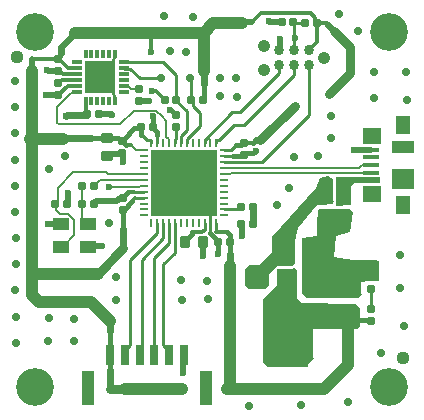
<source format=gtl>
G04*
G04 #@! TF.GenerationSoftware,Altium Limited,Altium Designer,23.8.1 (32)*
G04*
G04 Layer_Physical_Order=1*
G04 Layer_Color=255*
%FSLAX44Y44*%
%MOMM*%
G71*
G04*
G04 #@! TF.SameCoordinates,14F6A229-880D-4016-A75C-DA76C30DB968*
G04*
G04*
G04 #@! TF.FilePolarity,Positive*
G04*
G01*
G75*
%ADD10C,0.2500*%
%ADD11C,0.2540*%
%ADD13C,0.2000*%
%ADD14C,0.3000*%
G04:AMPARAMS|DCode=15|XSize=0.6mm|YSize=0.7mm|CornerRadius=0.075mm|HoleSize=0mm|Usage=FLASHONLY|Rotation=0.000|XOffset=0mm|YOffset=0mm|HoleType=Round|Shape=RoundedRectangle|*
%AMROUNDEDRECTD15*
21,1,0.6000,0.5500,0,0,0.0*
21,1,0.4500,0.7000,0,0,0.0*
1,1,0.1500,0.2250,-0.2750*
1,1,0.1500,-0.2250,-0.2750*
1,1,0.1500,-0.2250,0.2750*
1,1,0.1500,0.2250,0.2750*
%
%ADD15ROUNDEDRECTD15*%
%ADD16O,0.8000X0.2500*%
%ADD17O,0.2500X0.8000*%
%ADD18R,5.6000X5.6000*%
G04:AMPARAMS|DCode=19|XSize=0.8mm|YSize=1mm|CornerRadius=0.1mm|HoleSize=0mm|Usage=FLASHONLY|Rotation=90.000|XOffset=0mm|YOffset=0mm|HoleType=Round|Shape=RoundedRectangle|*
%AMROUNDEDRECTD19*
21,1,0.8000,0.8000,0,0,90.0*
21,1,0.6000,1.0000,0,0,90.0*
1,1,0.2000,0.4000,0.3000*
1,1,0.2000,0.4000,-0.3000*
1,1,0.2000,-0.4000,-0.3000*
1,1,0.2000,-0.4000,0.3000*
%
%ADD19ROUNDEDRECTD19*%
G04:AMPARAMS|DCode=20|XSize=0.6mm|YSize=0.7mm|CornerRadius=0.075mm|HoleSize=0mm|Usage=FLASHONLY|Rotation=90.000|XOffset=0mm|YOffset=0mm|HoleType=Round|Shape=RoundedRectangle|*
%AMROUNDEDRECTD20*
21,1,0.6000,0.5500,0,0,90.0*
21,1,0.4500,0.7000,0,0,90.0*
1,1,0.1500,0.2750,0.2250*
1,1,0.1500,0.2750,-0.2250*
1,1,0.1500,-0.2750,-0.2250*
1,1,0.1500,-0.2750,0.2250*
%
%ADD20ROUNDEDRECTD20*%
%ADD21R,1.3000X1.6500*%
%ADD22R,1.9000X1.8000*%
%ADD23R,1.9000X1.0000*%
%ADD24R,1.5500X1.4250*%
%ADD25R,1.3800X0.4500*%
%ADD26R,1.2500X1.2500*%
%ADD27R,3.5000X1.2500*%
G04:AMPARAMS|DCode=28|XSize=1.4mm|YSize=1.7mm|CornerRadius=0.175mm|HoleSize=0mm|Usage=FLASHONLY|Rotation=270.000|XOffset=0mm|YOffset=0mm|HoleType=Round|Shape=RoundedRectangle|*
%AMROUNDEDRECTD28*
21,1,1.4000,1.3500,0,0,270.0*
21,1,1.0500,1.7000,0,0,270.0*
1,1,0.3500,-0.6750,-0.5250*
1,1,0.3500,-0.6750,0.5250*
1,1,0.3500,0.6750,0.5250*
1,1,0.3500,0.6750,-0.5250*
%
%ADD28ROUNDEDRECTD28*%
G04:AMPARAMS|DCode=29|XSize=1.4mm|YSize=1.7mm|CornerRadius=0.175mm|HoleSize=0mm|Usage=FLASHONLY|Rotation=180.000|XOffset=0mm|YOffset=0mm|HoleType=Round|Shape=RoundedRectangle|*
%AMROUNDEDRECTD29*
21,1,1.4000,1.3500,0,0,180.0*
21,1,1.0500,1.7000,0,0,180.0*
1,1,0.3500,-0.5250,0.6750*
1,1,0.3500,0.5250,0.6750*
1,1,0.3500,0.5250,-0.6750*
1,1,0.3500,-0.5250,-0.6750*
%
%ADD29ROUNDEDRECTD29*%
%ADD30R,0.3500X0.8000*%
%ADD31R,0.8500X0.3500*%
%ADD32R,2.6000X2.7000*%
G04:AMPARAMS|DCode=33|XSize=1.3mm|YSize=1.1mm|CornerRadius=0.055mm|HoleSize=0mm|Usage=FLASHONLY|Rotation=0.000|XOffset=0mm|YOffset=0mm|HoleType=Round|Shape=RoundedRectangle|*
%AMROUNDEDRECTD33*
21,1,1.3000,0.9900,0,0,0.0*
21,1,1.1900,1.1000,0,0,0.0*
1,1,0.1100,0.5950,-0.4950*
1,1,0.1100,-0.5950,-0.4950*
1,1,0.1100,-0.5950,0.4950*
1,1,0.1100,0.5950,0.4950*
%
%ADD33ROUNDEDRECTD33*%
G04:AMPARAMS|DCode=34|XSize=0.8mm|YSize=1mm|CornerRadius=0.1mm|HoleSize=0mm|Usage=FLASHONLY|Rotation=180.000|XOffset=0mm|YOffset=0mm|HoleType=Round|Shape=RoundedRectangle|*
%AMROUNDEDRECTD34*
21,1,0.8000,0.8000,0,0,180.0*
21,1,0.6000,1.0000,0,0,180.0*
1,1,0.2000,-0.3000,0.4000*
1,1,0.2000,0.3000,0.4000*
1,1,0.2000,0.3000,-0.4000*
1,1,0.2000,-0.3000,-0.4000*
%
%ADD34ROUNDEDRECTD34*%
%ADD35R,0.6500X1.7000*%
%ADD36R,1.0000X2.9000*%
%ADD59C,0.5000*%
%ADD60C,0.8630*%
%ADD61C,1.0000*%
%ADD62C,0.8000*%
%ADD63C,0.4000*%
%ADD64C,0.6000*%
%ADD65C,0.3300*%
%ADD66C,0.1554*%
%ADD67C,1.1250*%
%ADD68C,1.0670*%
%ADD69C,3.2000*%
%ADD70C,0.7000*%
%ADD71C,0.6000*%
%ADD72C,0.5000*%
G36*
X1107500Y710250D02*
X1107750Y710000D01*
X1085250D01*
X1082500Y707250D01*
Y692250D01*
X1082125Y691125D01*
X1081750Y691500D01*
X1070250Y690810D01*
Y715250D01*
X1107500D01*
Y710250D01*
D02*
G37*
G36*
X1036750Y636000D02*
Y622750D01*
X1037000Y622500D01*
Y612500D01*
X1041500Y608000D01*
X1063250D01*
X1063750Y607500D01*
X1087250D01*
X1090500Y604250D01*
Y589250D01*
X1087750Y586500D01*
X1050500D01*
Y562750D01*
X1051750Y561500D01*
X1046250Y556000D01*
Y554500D01*
X1012250D01*
X1008000Y558750D01*
Y611750D01*
X1020250Y624000D01*
Y637250D01*
X1033250D01*
X1033250Y637250D01*
Y637750D01*
X1035000D01*
X1036750Y636000D01*
D02*
G37*
G36*
X1081931Y687585D02*
X1082407Y686407D01*
X1081749Y685749D01*
X1082910Y686229D01*
X1083515Y686015D01*
X1083515Y686015D01*
X1084047Y684967D01*
X1081749Y668740D01*
X1070350Y665014D01*
X1068432Y647250D01*
X1084307Y645057D01*
X1103807D01*
X1106557Y643932D01*
Y627807D01*
X1106057Y627307D01*
X1095307D01*
X1095057Y627557D01*
X1093557Y626057D01*
X1091557D01*
Y615807D01*
X1091807Y615557D01*
X1089057Y612807D01*
X1045177D01*
X1041000Y617071D01*
Y663208D01*
X1054307Y665014D01*
X1054307Y681057D01*
X1055057Y681807D01*
Y687138D01*
X1055963Y688029D01*
X1081931Y687585D01*
D02*
G37*
G36*
X1066000Y714250D02*
X1067250Y713000D01*
X1067500D01*
Y695000D01*
X1068000Y694500D01*
X1067500Y694000D01*
Y693000D01*
X1066250Y691750D01*
X1062500D01*
X1062250Y691500D01*
X1053844D01*
X1037482Y672158D01*
X1035250Y661000D01*
Y659500D01*
Y642250D01*
X1033000Y640000D01*
X1020250Y640000D01*
X1013000Y632750D01*
Y623500D01*
X1009750Y620250D01*
X996500D01*
X992750Y624000D01*
Y636750D01*
X996500Y640500D01*
X1005000D01*
X1015500Y651000D01*
Y664618D01*
X1053481Y705480D01*
X1056250Y714250D01*
X1063018Y715741D01*
X1066000Y714250D01*
D02*
G37*
D10*
X963770Y686803D02*
G03*
X963270Y688010I-1707J0D01*
G01*
X883000Y779500D02*
G03*
X877697Y792303I-18107J0D01*
G01*
Y806697D02*
G03*
X883000Y819500I-12803J12803D01*
G01*
X923750Y572715D02*
Y641000D01*
X933735Y650984D01*
Y673224D01*
X923770Y663020D02*
Y676010D01*
X905500Y565750D02*
Y644750D01*
X923770Y663020D01*
X916250Y564000D02*
Y646250D01*
X928770Y658770D01*
Y676010D01*
X891250Y564000D02*
Y569250D01*
X893250Y571250D02*
X894286D01*
X895750Y572715D01*
Y645000D01*
X918770Y668020D01*
X891250Y569250D02*
X893250Y571250D01*
X926750D02*
X928750Y569250D01*
Y564000D02*
Y569250D01*
X925214Y571250D02*
X926750D01*
X923750Y572715D02*
X925214Y571250D01*
X910079Y746421D02*
X913770D01*
X1047500Y767250D02*
Y809800D01*
X1007760Y727510D02*
X1047500Y767250D01*
X991750Y758750D02*
X1034800Y801800D01*
Y809800D01*
X968770Y668500D02*
Y676010D01*
X963770D02*
Y686803D01*
X958770Y670020D02*
Y676010D01*
X957750Y669000D02*
X958770Y670020D01*
X876000Y794000D02*
X877697Y792303D01*
X870500Y799500D02*
X876000Y794000D01*
Y805000D02*
X877697Y806697D01*
X870500Y799500D02*
X876000Y805000D01*
X1100000Y603250D02*
Y620000D01*
X906030Y750470D02*
X910079Y746421D01*
X905000Y750470D02*
X906030D01*
X913770Y744010D02*
Y746421D01*
X983510Y758750D02*
X991750D01*
X968770Y746421D02*
X971180D01*
X968770Y744010D02*
Y746421D01*
X988750Y770000D02*
X1022100Y803350D01*
X971180Y746421D02*
X983510Y758750D01*
X1022100Y803350D02*
Y809800D01*
X1075750Y696500D02*
X1075750Y696500D01*
X982000Y770000D02*
X988750D01*
X958770Y746770D02*
X982000Y770000D01*
X958770Y744010D02*
Y746770D01*
X981260Y737510D02*
X985500Y741750D01*
X918770Y744010D02*
Y750230D01*
X918750Y750250D02*
X918770Y750230D01*
X988250Y687750D02*
X990000Y689500D01*
X987750Y687750D02*
X988250D01*
X987510Y687510D02*
X987750Y687750D01*
X975270Y687510D02*
X987510D01*
X990000Y689500D02*
Y690000D01*
X918770Y668020D02*
Y676010D01*
X933735Y673224D02*
X933770Y673260D01*
Y676010D01*
X903750Y564000D02*
X905500Y565750D01*
X975270Y727510D02*
X1007760D01*
X899260Y702510D02*
X907270D01*
X900250Y697500D02*
X900260Y697510D01*
X907270D01*
X899250Y702500D02*
X899260Y702510D01*
X975270Y732510D02*
X982990D01*
X983000Y732500D01*
X975270Y737510D02*
X981260D01*
X963770Y667230D02*
X964000Y667000D01*
X963770Y667230D02*
Y676010D01*
D11*
X904000Y798500D02*
X921750D01*
X1034471Y845750D02*
X1034485Y845735D01*
X1033971Y846250D02*
X1034471Y845750D01*
X1043750D01*
X1034485Y833015D02*
Y845735D01*
Y833015D02*
X1035000Y832500D01*
X1034900Y822600D02*
Y832400D01*
X1034800Y822500D02*
X1034900Y822600D01*
Y832400D02*
X1035000Y832500D01*
X1033500Y845779D02*
X1033971Y846250D01*
X947000Y780500D02*
Y798000D01*
X946500Y798500D02*
X947000Y798000D01*
Y780500D02*
X947500Y780000D01*
X924000Y812000D02*
X935000Y801000D01*
X890250Y812000D02*
X924000D01*
X935000Y780000D02*
Y801000D01*
X895980Y806520D02*
X904000Y798500D01*
X935000Y779500D02*
Y780000D01*
X938770Y750020D02*
X943750Y755000D01*
Y770750D01*
X935000Y779500D02*
X943750Y770750D01*
X943770Y744010D02*
Y747020D01*
X955000Y758250D02*
Y769500D01*
X943770Y747020D02*
X955000Y758250D01*
X938770Y744010D02*
Y750020D01*
X890250Y807000D02*
X890730Y806520D01*
X895980D01*
X947500Y780000D02*
X949184Y778316D01*
Y775316D02*
X955000Y769500D01*
X949184Y775316D02*
Y778316D01*
X933770Y746720D02*
X935000Y747950D01*
Y757500D01*
X933770Y744010D02*
Y746720D01*
D13*
X917750Y771250D02*
X922500Y766500D01*
X835172Y759500D02*
X887250D01*
X899000Y771250D02*
X917750D01*
X887250Y759500D02*
X899000Y771250D01*
X922500Y766250D02*
X926500Y762250D01*
X922500Y766250D02*
Y766500D01*
X903625Y706750D02*
X904385Y707510D01*
X907270D01*
X877750Y706750D02*
X903625D01*
X867500Y710000D02*
X869965Y712465D01*
X865000Y708000D02*
X867000Y710000D01*
X869965Y712465D02*
X907225D01*
X865000Y707500D02*
Y708000D01*
X867000Y710000D02*
X867500D01*
X875150Y719123D02*
X876762Y717510D01*
X847623Y719123D02*
X875150D01*
X876762Y717510D02*
X907270D01*
X834500Y706000D02*
X847623Y719123D01*
X834000Y760672D02*
X835172Y759500D01*
X834000Y760672D02*
Y774500D01*
X845750Y786250D01*
X850000D01*
X850750Y787000D01*
X926500Y748626D02*
Y762250D01*
X833328Y687172D02*
Y691672D01*
X836750Y683750D02*
X843407D01*
X833328Y687172D02*
X836750Y683750D01*
X843407D02*
X848250Y678907D01*
X832500Y692500D02*
X833328Y691672D01*
X848250Y665750D02*
Y678907D01*
X838500Y656000D02*
X848250Y665750D01*
X837500Y656000D02*
X838500D01*
X928539Y746856D02*
X928770Y746625D01*
Y744010D02*
Y746625D01*
X928270Y746856D02*
X928539D01*
X926500Y748626D02*
X928270Y746856D01*
X894828Y791250D02*
X896578Y789500D01*
X891000Y791250D02*
X894828D01*
X896578Y789500D02*
X903000D01*
X890250Y792000D02*
X891000Y791250D01*
X896500Y741750D02*
X900740Y737510D01*
X907270D01*
X834500Y694500D02*
Y706000D01*
X832500Y692500D02*
X834500Y694500D01*
X855000Y679500D02*
Y707500D01*
Y679500D02*
X859500Y675000D01*
X860500D01*
D14*
X812500Y815000D02*
X835000D01*
X835500D01*
X1060750Y845750D02*
X1062250Y844250D01*
X1053971Y845750D02*
X1060750D01*
X1052471Y847250D02*
Y850029D01*
X1049000Y853500D02*
X1052471Y850029D01*
X999000Y846250D02*
X1006250Y853500D01*
X1049000D01*
X1052471Y847250D02*
X1053971Y845750D01*
Y828971D02*
Y845750D01*
X1047500Y822500D02*
X1053971Y828971D01*
X835500Y815000D02*
X837000Y816500D01*
Y820000D01*
X997750Y845000D02*
X999000Y846250D01*
X913500Y834000D02*
X916500Y837000D01*
X913500Y820500D02*
Y834000D01*
X914500Y788250D02*
X915074Y787676D01*
X925000Y780000D02*
Y780500D01*
X917824Y787676D02*
X925000Y780500D01*
X915074Y787676D02*
X917824D01*
X992500Y743750D02*
X1000000D01*
X858250Y769250D02*
Y779250D01*
X858000Y779500D02*
X858250Y779250D01*
X968770Y668500D02*
X977750D01*
X948250Y668250D02*
X957000D01*
X957750Y669000D01*
X842750Y792000D02*
X850750D01*
X834500Y784250D02*
X835000D01*
X842750Y792000D01*
X850500Y807250D02*
X850750Y807000D01*
X843250Y807250D02*
X850500D01*
X835500Y805000D02*
X838500Y802000D01*
X850750D01*
X835000Y805000D02*
X835500D01*
Y815000D02*
X843250Y807250D01*
X894250Y702500D02*
X899250D01*
X892500Y741750D02*
X896500D01*
X897750Y695000D02*
X900250Y697500D01*
D15*
X1053971Y845750D02*
D03*
X1043971D02*
D03*
X1033971Y846250D02*
D03*
X1023971D02*
D03*
X935000Y780000D02*
D03*
X925000D02*
D03*
X947500D02*
D03*
X957500D02*
D03*
X842500Y692500D02*
D03*
X832500D02*
D03*
X865000D02*
D03*
X855000D02*
D03*
X855000Y707500D02*
D03*
X865000D02*
D03*
X970000Y660000D02*
D03*
X980000D02*
D03*
X915000Y757500D02*
D03*
X905000D02*
D03*
X859500Y768000D02*
D03*
X869500D02*
D03*
X1073250Y708000D02*
D03*
X1063250D02*
D03*
X1000000Y675000D02*
D03*
X990000D02*
D03*
X1000000Y690000D02*
D03*
X990000D02*
D03*
D16*
X975270Y717510D02*
D03*
Y722510D02*
D03*
X907270Y737510D02*
D03*
Y732510D02*
D03*
Y727510D02*
D03*
Y722510D02*
D03*
Y717510D02*
D03*
Y712510D02*
D03*
Y707510D02*
D03*
Y702510D02*
D03*
Y697510D02*
D03*
Y692510D02*
D03*
Y687510D02*
D03*
Y682510D02*
D03*
X975270D02*
D03*
Y687510D02*
D03*
Y692510D02*
D03*
Y697510D02*
D03*
Y702510D02*
D03*
Y707510D02*
D03*
Y712510D02*
D03*
Y727510D02*
D03*
Y732510D02*
D03*
Y737510D02*
D03*
D17*
X913770Y676010D02*
D03*
X918770D02*
D03*
X923770D02*
D03*
X928770D02*
D03*
X933770D02*
D03*
X938770D02*
D03*
X943770D02*
D03*
X948770D02*
D03*
X953770D02*
D03*
X958770D02*
D03*
X963770D02*
D03*
X968770D02*
D03*
Y744010D02*
D03*
X963770D02*
D03*
X958770D02*
D03*
X953770D02*
D03*
X948770D02*
D03*
X943770D02*
D03*
X938770D02*
D03*
X933770D02*
D03*
X928770D02*
D03*
X923770D02*
D03*
X918770D02*
D03*
X913770D02*
D03*
D18*
X941270Y710010D02*
D03*
D19*
X876250Y748000D02*
D03*
Y733000D02*
D03*
X1061250Y696500D02*
D03*
Y681500D02*
D03*
X1075750Y696500D02*
D03*
Y681500D02*
D03*
D20*
X888750Y735500D02*
D03*
Y745500D02*
D03*
X1100000Y603250D02*
D03*
Y593250D02*
D03*
Y630000D02*
D03*
Y620000D02*
D03*
X834500Y794250D02*
D03*
Y784250D02*
D03*
X903000Y779500D02*
D03*
Y789500D02*
D03*
X890000Y697500D02*
D03*
Y687500D02*
D03*
X935000Y767500D02*
D03*
Y757500D02*
D03*
X835000Y815000D02*
D03*
Y805000D02*
D03*
X992500Y743750D02*
D03*
Y733750D02*
D03*
D21*
X1126500Y691500D02*
D03*
Y759000D02*
D03*
D22*
Y713750D02*
D03*
D23*
Y740750D02*
D03*
D24*
X1100750Y700375D02*
D03*
Y750125D02*
D03*
D25*
X1099900Y712250D02*
D03*
Y718750D02*
D03*
Y725250D02*
D03*
Y731750D02*
D03*
Y738250D02*
D03*
D26*
X1050000Y630000D02*
D03*
X1027100D02*
D03*
X1004200D02*
D03*
D27*
X1027100Y564100D02*
D03*
D28*
X1080000Y597140D02*
D03*
Y620000D02*
D03*
D29*
X1026070Y650000D02*
D03*
X1048930D02*
D03*
D30*
X883000Y819500D02*
D03*
X878000D02*
D03*
X873000D02*
D03*
X868000D02*
D03*
X863000D02*
D03*
X858000D02*
D03*
X883000Y779500D02*
D03*
X878000D02*
D03*
X873000D02*
D03*
X868000D02*
D03*
X863000D02*
D03*
X858000D02*
D03*
D31*
X850750Y812000D02*
D03*
Y807000D02*
D03*
Y802000D02*
D03*
Y797000D02*
D03*
Y792000D02*
D03*
Y787000D02*
D03*
X890250Y812000D02*
D03*
Y807000D02*
D03*
Y802000D02*
D03*
Y797000D02*
D03*
Y792000D02*
D03*
Y787000D02*
D03*
D32*
X870500Y799500D02*
D03*
D33*
X837500Y675000D02*
D03*
Y656000D02*
D03*
X860500Y675000D02*
D03*
Y656000D02*
D03*
D34*
X942500Y660000D02*
D03*
X957500D02*
D03*
D35*
X878750Y564000D02*
D03*
X891250D02*
D03*
X916250D02*
D03*
X928750D02*
D03*
X903750D02*
D03*
X941250D02*
D03*
D36*
X860250Y536000D02*
D03*
X959750D02*
D03*
D59*
X825500Y805250D02*
G03*
X826104Y805000I604J604D01*
G01*
X941250Y564000D02*
G03*
X940250Y561586I2414J-2414D01*
G01*
X902575Y779675D02*
G03*
X903000Y779500I425J428D01*
G01*
X902573Y779677D02*
G03*
X902575Y779675I427J427D01*
G01*
X824500Y784500D02*
G03*
X825104Y784250I604J604D01*
G01*
X812500Y804500D02*
Y815000D01*
X1068250Y838250D02*
X1068500D01*
X1062250Y844250D02*
X1068250Y838250D01*
X1013750Y846559D02*
X1014183D01*
X1014433Y846309D02*
X1023471D01*
X1014183Y846559D02*
X1014433Y846309D01*
X1013721Y846529D02*
X1013750Y846559D01*
X992000Y846250D02*
X999000D01*
X990750Y845000D02*
X992000Y846250D01*
X1023471Y846309D02*
X1023529Y846250D01*
X1023750D01*
X889309Y727941D02*
Y735000D01*
Y727941D02*
X889500Y727750D01*
X889309Y735000D02*
X889750D01*
X887750D02*
X889750D01*
X879979Y768000D02*
X880479Y767500D01*
X880750D01*
X869500Y768000D02*
X879979D01*
X990250Y667000D02*
X990750Y666500D01*
Y665250D02*
Y666500D01*
X990250Y667000D02*
Y674750D01*
X990000Y675000D02*
X990250Y674750D01*
X876691Y694941D02*
X885012D01*
X865500Y693500D02*
X866000D01*
X876309Y694559D02*
X876691Y694941D01*
X865000Y693000D02*
X865500Y693500D01*
X866000D02*
X867059Y694559D01*
X876309D01*
X865000Y692500D02*
Y693000D01*
X1022309Y822709D02*
Y831309D01*
X1022100Y822500D02*
X1022309Y822709D01*
Y831309D02*
X1022500Y831500D01*
X940250Y548750D02*
Y561586D01*
X902573Y779677D02*
X902575Y779675D01*
X911250Y779750D02*
X911500Y779500D01*
X902500Y779750D02*
X911250D01*
X902500D02*
X902573Y779677D01*
X1085309Y624500D02*
Y632059D01*
X1085500Y632250D01*
X1080809Y620000D02*
X1085309Y624500D01*
X1080000Y620000D02*
X1080809D01*
X1099775Y738125D02*
X1099900Y738250D01*
X1085625Y738125D02*
X1099775D01*
X1085500Y738000D02*
X1085625Y738125D01*
X1048930Y650000D02*
X1051239Y652309D01*
X1061309D01*
X1061500Y652500D01*
X1099875Y630125D02*
Y638875D01*
X1099750Y639000D02*
X1099875Y638875D01*
Y630125D02*
X1100000Y630000D01*
X1050000D02*
X1051059Y628941D01*
Y618691D02*
X1051250Y618500D01*
X1051059Y618691D02*
Y628941D01*
X1061250Y672000D02*
Y681500D01*
X1075500D02*
X1077000Y680000D01*
X1077059Y671941D02*
Y674441D01*
X1077000Y674500D02*
X1077059Y674441D01*
Y671941D02*
X1077250Y671750D01*
X1077000Y674500D02*
Y680000D01*
X1074800Y681500D02*
X1075500D01*
X842809Y692809D02*
Y701309D01*
X843000Y701500D01*
X842500Y692500D02*
X842809Y692809D01*
X826125Y675125D02*
X837375D01*
X837500Y675000D01*
X826000Y675250D02*
X826125Y675125D01*
X860809Y656309D02*
X872059D01*
X872250Y656500D01*
X860500Y656000D02*
X860809Y656309D01*
X885012Y694941D02*
X887071Y697000D01*
X957500Y648250D02*
Y660000D01*
X825104Y784250D02*
X834500D01*
X826104Y805000D02*
X835000D01*
X1073300Y680000D02*
X1074800Y681500D01*
X1061250D02*
X1062250D01*
X1063750Y680000D01*
X915000Y757500D02*
Y758000D01*
X877750Y734500D02*
X887750D01*
X876250Y733000D02*
X877750Y734500D01*
D60*
X1047500Y822500D02*
D03*
X1034800D02*
D03*
X1022100D02*
D03*
X1047500Y809800D02*
D03*
X1034800D02*
D03*
X1022100D02*
D03*
D61*
X812500Y615108D02*
X818358Y609250D01*
X862750D01*
X812500Y615108D02*
Y633000D01*
X862750Y609250D02*
X878500Y593500D01*
X812500Y747500D02*
Y769750D01*
Y804500D01*
Y633000D02*
Y747500D01*
X849000Y837000D02*
X916500D01*
X958000D02*
X966000Y845000D01*
X990750D01*
X916500Y837000D02*
X958000D01*
X811250Y747500D02*
X839000D01*
X958000Y837000D02*
X958250Y836750D01*
Y805000D02*
Y836750D01*
X812500Y633000D02*
X868500D01*
X980000Y538000D02*
Y639750D01*
X977750Y535750D02*
X980000Y538000D01*
X977750Y535750D02*
X1060250D01*
X891000Y535500D02*
X939500D01*
X1080000Y555500D02*
Y597140D01*
X1060250Y535750D02*
X1080000Y555500D01*
D62*
X1064000Y785250D02*
X1081750Y803000D01*
Y825000D01*
X1005750Y746000D02*
X1035250Y775500D01*
X1068500Y838250D02*
X1081750Y825000D01*
X868500Y633000D02*
X890000Y654500D01*
X878750Y535500D02*
X891000D01*
D63*
X904102Y756602D02*
X905000Y757500D01*
X888250Y745500D02*
X889250D01*
X890250Y746500D01*
Y747500D01*
X899352Y756602D02*
X904102D01*
X890250Y747500D02*
X899352Y756602D01*
X915000Y758000D02*
Y766250D01*
X1000000Y743750D02*
X1002250Y746000D01*
X929633Y771367D02*
X930633D01*
X934500Y767500D01*
X929250Y771750D02*
X929633Y771367D01*
X934500Y767500D02*
X935000D01*
X1000000Y735000D02*
X1002000Y737000D01*
X992500Y733750D02*
Y735000D01*
X1000000D01*
X811250Y769750D02*
X814000Y772500D01*
X862750Y748000D02*
X876250D01*
X885750D01*
X957500Y780000D02*
X958250Y780750D01*
Y793750D01*
X890000Y670750D02*
Y687500D01*
X878750Y564000D02*
Y584500D01*
X980000Y650500D02*
Y660000D01*
Y650500D02*
X980250Y650250D01*
X979947Y660053D02*
Y666303D01*
Y660053D02*
X980000Y660000D01*
X977750Y668500D02*
X979947Y666303D01*
X964000Y666500D02*
X970000Y660500D01*
X963730Y667230D02*
X963770D01*
X964000Y666500D02*
Y667000D01*
X878750Y552000D02*
Y564000D01*
X970250Y650000D02*
Y659750D01*
X970000Y660000D02*
X970250Y659750D01*
Y650000D02*
X970500Y649750D01*
X1082890Y594250D02*
X1099000D01*
X1100000Y593250D01*
X1080000Y597140D02*
X1082890Y594250D01*
X905000Y750470D02*
Y757500D01*
X991000Y742750D02*
X991500D01*
X990000Y741750D02*
X991000Y742750D01*
X985500Y741750D02*
X990000D01*
X991500Y742750D02*
X992500Y743750D01*
X918750Y750250D02*
Y753250D01*
X915000Y757000D02*
X918750Y753250D01*
X915000Y757000D02*
Y757500D01*
X891500Y699750D02*
X894250Y702500D01*
X888750Y745500D02*
X892500Y741750D01*
X888250Y745500D02*
X888750D01*
X885750Y748000D02*
X888250Y745500D01*
X890500Y687500D02*
X897750Y694750D01*
Y695000D01*
X890000Y687500D02*
X890500D01*
X983000Y732500D02*
X983250Y732750D01*
X991500D01*
X992500Y733750D01*
X942500Y660000D02*
Y661000D01*
X948250Y666750D01*
Y668250D01*
X957500Y660000D02*
Y661000D01*
X970000Y660000D02*
Y660500D01*
D64*
X837000Y820000D02*
Y825000D01*
X849000Y837000D01*
X1002250Y746000D02*
X1005750D01*
X839500Y748000D02*
X862750D01*
X839000Y747500D02*
X839500Y748000D01*
X1000000Y675000D02*
Y690000D01*
X841500Y767000D02*
X842375Y767875D01*
X859375D01*
X958250Y793750D02*
Y805000D01*
X890000Y654500D02*
Y670750D01*
X878500Y584750D02*
Y593500D01*
Y584750D02*
X878750Y584500D01*
X980000Y639750D02*
X980250Y640000D01*
Y650250D01*
X878750Y535500D02*
Y552000D01*
D65*
X835000Y794250D02*
X837750Y797000D01*
X850750D01*
X834500Y794250D02*
X835000D01*
D66*
X981287Y718750D02*
X1099900D01*
X980047Y717510D02*
X981287Y718750D01*
X975270Y717510D02*
X980047D01*
X1092223Y725250D02*
X1099900D01*
X1089483Y722510D02*
X1092223Y725250D01*
X975270Y722510D02*
X1089483D01*
D67*
X1126500Y562000D02*
D03*
X799750Y816750D02*
D03*
D68*
X1060200Y816150D02*
D03*
X1009400Y805990D02*
D03*
Y826310D02*
D03*
D69*
X1115000Y537500D02*
D03*
X815000D02*
D03*
Y837500D02*
D03*
X1115000D02*
D03*
D70*
X949000Y850250D02*
D03*
X924250Y851000D02*
D03*
X826750Y595500D02*
D03*
X826500Y575750D02*
D03*
X799500Y574750D02*
D03*
X799000Y596900D02*
D03*
X848000Y595000D02*
D03*
X848000Y575750D02*
D03*
X798000Y774100D02*
D03*
Y751950D02*
D03*
Y729800D02*
D03*
Y707650D02*
D03*
X798500Y685500D02*
D03*
X799000Y663350D02*
D03*
Y641200D02*
D03*
X798500Y619050D02*
D03*
X877750Y676000D02*
D03*
X827000Y721500D02*
D03*
X840750Y732500D02*
D03*
X942750Y821250D02*
D03*
X929500Y821500D02*
D03*
X986000Y783000D02*
D03*
X971750Y783250D02*
D03*
X985250Y798500D02*
D03*
X971750Y799000D02*
D03*
X996000Y521250D02*
D03*
X1040000Y522250D02*
D03*
X1080250Y524250D02*
D03*
X1108000Y566250D02*
D03*
X1127250Y589250D02*
D03*
X1124500Y620750D02*
D03*
X1124000Y649000D02*
D03*
X1020250Y691250D02*
D03*
X1030000Y705500D02*
D03*
X961750Y611750D02*
D03*
X939250Y611000D02*
D03*
X961250Y626750D02*
D03*
X939000Y628000D02*
D03*
X883750Y611250D02*
D03*
X883500Y630750D02*
D03*
X798500Y796250D02*
D03*
X1054500Y732750D02*
D03*
X1034750Y732250D02*
D03*
X1066000Y748250D02*
D03*
X1129250Y803500D02*
D03*
X1088750Y838500D02*
D03*
X1073000Y852750D02*
D03*
X1102500Y781750D02*
D03*
X1130000Y780000D02*
D03*
X1066000Y766500D02*
D03*
X1102000Y803500D02*
D03*
X921750Y798500D02*
D03*
X946500D02*
D03*
D71*
X1013721Y846750D02*
D03*
X913500Y820500D02*
D03*
X914500Y788250D02*
D03*
X915000Y766250D02*
D03*
X1035000Y832500D02*
D03*
X1064000Y785250D02*
D03*
X1035500Y775500D02*
D03*
X839000Y747500D02*
D03*
X889500Y727750D02*
D03*
X880750Y767500D02*
D03*
X990750Y665250D02*
D03*
X877750Y706750D02*
D03*
X1022500Y831500D02*
D03*
X841500Y767000D02*
D03*
X929250Y771750D02*
D03*
X1002000Y737000D02*
D03*
X825500Y805250D02*
D03*
X977500Y535500D02*
D03*
X939500D02*
D03*
X940250Y548750D02*
D03*
X911500Y779500D02*
D03*
X1061750Y644250D02*
D03*
X1085500Y632250D02*
D03*
X1074500Y632500D02*
D03*
X970500Y649750D02*
D03*
X1085500Y738000D02*
D03*
X1061500Y652500D02*
D03*
X1099750Y639000D02*
D03*
X1051250Y618500D02*
D03*
X1061250Y672000D02*
D03*
X1077250Y671750D02*
D03*
X843000Y701500D02*
D03*
X826000Y675250D02*
D03*
X872250Y656500D02*
D03*
X876500Y694750D02*
D03*
X957500Y648250D02*
D03*
X824500Y784500D02*
D03*
D72*
X919270Y732010D02*
D03*
X930270D02*
D03*
X941270D02*
D03*
X952270D02*
D03*
X963270D02*
D03*
X919270Y721010D02*
D03*
X930270D02*
D03*
X941270D02*
D03*
X952270D02*
D03*
X963270D02*
D03*
X919270Y710010D02*
D03*
X930270D02*
D03*
X941270D02*
D03*
X952270D02*
D03*
X963270D02*
D03*
X919270Y699010D02*
D03*
X930270D02*
D03*
X941270D02*
D03*
X952270D02*
D03*
X963270D02*
D03*
X919270Y688010D02*
D03*
X930270D02*
D03*
X941270D02*
D03*
X952270D02*
D03*
X963270D02*
D03*
X865000Y805000D02*
D03*
Y794000D02*
D03*
X876000D02*
D03*
Y805000D02*
D03*
M02*

</source>
